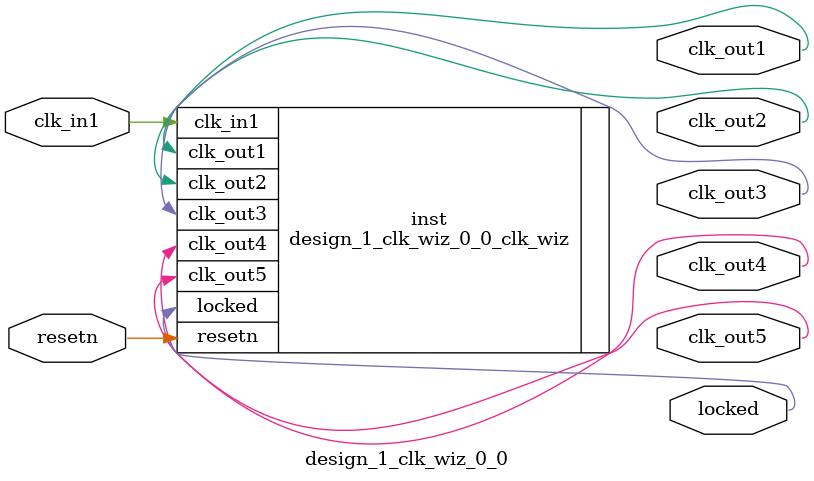
<source format=v>


`timescale 1ps/1ps

(* CORE_GENERATION_INFO = "design_1_clk_wiz_0_0,clk_wiz_v6_0_6_0_0,{component_name=design_1_clk_wiz_0_0,use_phase_alignment=false,use_min_o_jitter=false,use_max_i_jitter=false,use_dyn_phase_shift=false,use_inclk_switchover=false,use_dyn_reconfig=false,enable_axi=0,feedback_source=FDBK_AUTO,PRIMITIVE=MMCM,num_out_clk=5,clkin1_period=10.000,clkin2_period=10.000,use_power_down=false,use_reset=true,use_locked=true,use_inclk_stopped=false,feedback_type=SINGLE,CLOCK_MGR_TYPE=NA,manual_override=false}" *)

module design_1_clk_wiz_0_0 
 (
  // Clock out ports
  output        clk_out1,
  output        clk_out2,
  output        clk_out3,
  output        clk_out4,
  output        clk_out5,
  // Status and control signals
  input         resetn,
  output        locked,
 // Clock in ports
  input         clk_in1
 );

  design_1_clk_wiz_0_0_clk_wiz inst
  (
  // Clock out ports  
  .clk_out1(clk_out1),
  .clk_out2(clk_out2),
  .clk_out3(clk_out3),
  .clk_out4(clk_out4),
  .clk_out5(clk_out5),
  // Status and control signals               
  .resetn(resetn), 
  .locked(locked),
 // Clock in ports
  .clk_in1(clk_in1)
  );

endmodule

</source>
